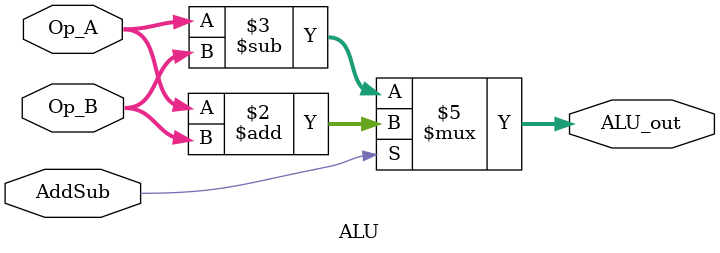
<source format=v>
module ALU (Op_A, Op_B, AddSub, ALU_out);
	input [15 : 0] Op_A, Op_B;
	input AddSub;
	output reg [15 : 0] ALU_out;
	always @ (*) begin
		if (AddSub) 
			ALU_out = Op_A + Op_B;
		else
			ALU_out = Op_A - Op_B;
	end
endmodule
</source>
